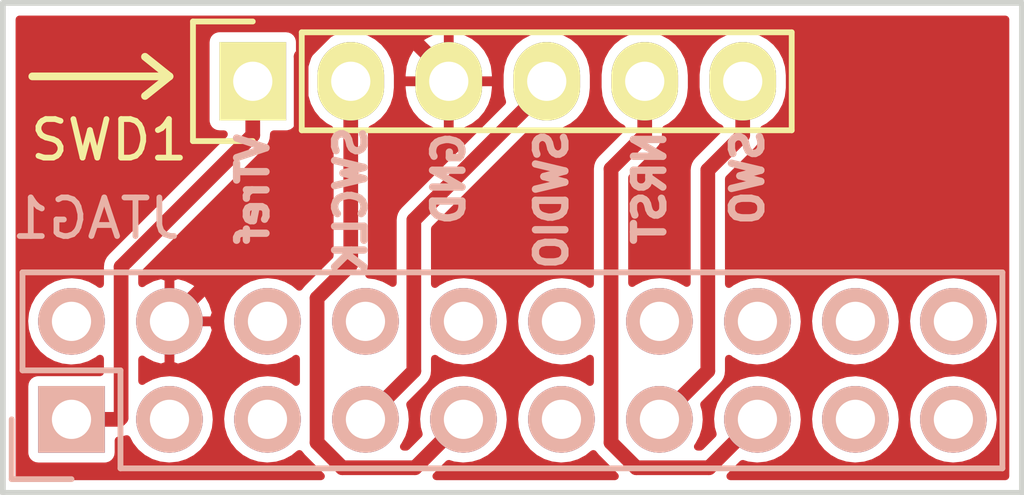
<source format=kicad_pcb>
(kicad_pcb (version 20170922) (host pcbnew "(2017-10-24 revision cffe1b51e)-master")

(general
  (thickness 1.6)
  (drawings 13)
  (tracks 35)
  (zones 0)
  (modules 2)
  (nets 7)
)

(page A4)
(layers
  (0 F.Cu signal)
  (31 B.Cu signal)
  (36 B.SilkS user)
  (37 F.SilkS user)
  (38 B.Mask user hide)
  (39 F.Mask user hide)
  (44 Edge.Cuts user)
  (46 B.CrtYd user)
  (47 F.CrtYd user)
)


(setup
  (last_trace_width 0.25)
  (trace_clearance 0.2)
  (zone_clearance 0.254)
  (zone_45_only no)
  (trace_min 0.2)
  (segment_width 0.2)
  (edge_width 0.15)
  (via_size 0.6)
  (via_drill 0.4)
  (via_min_size 0.4)
  (via_min_drill 0.3)
  (uvia_size 0.3)
  (uvia_drill 0.1)
  (uvias_allowed no)
  (uvia_min_size 0.2)
  (uvia_min_drill 0.1)
  (pcb_text_width 0.3)
  (pcb_text_size 1.5 1.5)
  (mod_edge_width 0.15)
  (mod_text_size 1 1)
  (mod_text_width 0.15)
  (pad_size 1.524 1.524)
  (pad_drill 0.762)
  (pad_to_mask_clearance 0.2)
  (aux_axis_origin 0 0)
  (visible_elements FFFFFF7F)
  (pcbplotparams
    (layerselection 0x010f0_ffffffff)
    (usegerberextensions false)
    (usegerberattributes true)
    (usegerberadvancedattributes true)
    (creategerberjobfile true)
    (excludeedgelayer true)
    (linewidth 0.100000)
    (plotframeref false)
    (viasonmask false)
    (mode 1)
    (useauxorigin true)
    (hpglpennumber 1)
    (hpglpenspeed 20)
    (hpglpendiameter 15)
    (psnegative false)
    (psa4output false)
    (plotreference true)
    (plotvalue true)
    (plotinvisibletext false)
    (padsonsilk false)
    (subtractmaskfromsilk false)
    (outputformat 1)
    (mirror false)
    (drillshape 0)
    (scaleselection 1)
    (outputdirectory gbr/))
)

(net 0 "")
(net 1 "Net-(JTAG1-Pad1)")
(net 2 "Net-(JTAG1-Pad4)")
(net 3 "Net-(JTAG1-Pad7)")
(net 4 "Net-(JTAG1-Pad9)")
(net 5 "Net-(JTAG1-Pad13)")
(net 6 "Net-(JTAG1-Pad15)")

(net_class Default "This is the default net class."
  (clearance 0.2)
  (trace_width 0.25)
  (via_dia 0.6)
  (via_drill 0.4)
  (uvia_dia 0.3)
  (uvia_drill 0.1)
  (add_net "Net-(JTAG1-Pad1)")
  (add_net "Net-(JTAG1-Pad13)")
  (add_net "Net-(JTAG1-Pad15)")
  (add_net "Net-(JTAG1-Pad4)")
  (add_net "Net-(JTAG1-Pad7)")
  (add_net "Net-(JTAG1-Pad9)")
)

  (module Socket_Strips:Socket_Strip_Straight_2x10 (layer B.Cu) (tedit 568983AA) (tstamp 56891EEC)
    (at 31.115 44.45)
    (descr "Through hole socket strip")
    (tags "socket strip")
    (path /5688682A)
    (fp_text reference JTAG1 (at 0.635 -5.207) (layer B.SilkS)
      (effects (font (size 1 1) (thickness 0.15)) (justify mirror))
    )
    (fp_text value CONN_02X10 (at 19.558 2.413) (layer B.Fab) hide
      (effects (font (size 1 1) (thickness 0.15)) (justify mirror))
    )
    (fp_line (start -1.75 1.75) (end -1.75 -4.3) (layer B.CrtYd) (width 0.05))
    (fp_line (start 24.65 1.75) (end 24.65 -4.3) (layer B.CrtYd) (width 0.05))
    (fp_line (start -1.75 1.75) (end 24.65 1.75) (layer B.CrtYd) (width 0.05))
    (fp_line (start -1.75 -4.3) (end 24.65 -4.3) (layer B.CrtYd) (width 0.05))
    (fp_line (start 24.13 -3.81) (end -1.27 -3.81) (layer B.SilkS) (width 0.15))
    (fp_line (start 1.27 1.27) (end 24.13 1.27) (layer B.SilkS) (width 0.15))
    (fp_line (start 24.13 -3.81) (end 24.13 1.27) (layer B.SilkS) (width 0.15))
    (fp_line (start -1.27 -3.81) (end -1.27 -1.27) (layer B.SilkS) (width 0.15))
    (fp_line (start 0 1.55) (end -1.55 1.55) (layer B.SilkS) (width 0.15))
    (fp_line (start -1.27 -1.27) (end 1.27 -1.27) (layer B.SilkS) (width 0.15))
    (fp_line (start 1.27 -1.27) (end 1.27 1.27) (layer B.SilkS) (width 0.15))
    (fp_line (start -1.55 1.55) (end -1.55 0) (layer B.SilkS) (width 0.15))
    (pad 1 thru_hole rect (at 0 0) (size 1.7272 1.7272) (drill 1.016) (layers *.Cu *.Mask B.SilkS)
      (net 1 "Net-(JTAG1-Pad1)"))
    (pad 2 thru_hole oval (at 0 -2.54) (size 1.7272 1.7272) (drill 1.016) (layers *.Cu *.Mask B.SilkS))
    (pad 3 thru_hole oval (at 2.54 0) (size 1.7272 1.7272) (drill 1.016) (layers *.Cu *.Mask B.SilkS))
    (pad 4 thru_hole oval (at 2.54 -2.54) (size 1.7272 1.7272) (drill 1.016) (layers *.Cu *.Mask B.SilkS)
      (net 2 "Net-(JTAG1-Pad4)"))
    (pad 5 thru_hole oval (at 5.08 0) (size 1.7272 1.7272) (drill 1.016) (layers *.Cu *.Mask B.SilkS))
    (pad 6 thru_hole oval (at 5.08 -2.54) (size 1.7272 1.7272) (drill 1.016) (layers *.Cu *.Mask B.SilkS))
    (pad 7 thru_hole oval (at 7.62 0) (size 1.7272 1.7272) (drill 1.016) (layers *.Cu *.Mask B.SilkS)
      (net 3 "Net-(JTAG1-Pad7)"))
    (pad 8 thru_hole oval (at 7.62 -2.54) (size 1.7272 1.7272) (drill 1.016) (layers *.Cu *.Mask B.SilkS))
    (pad 9 thru_hole oval (at 10.16 0) (size 1.7272 1.7272) (drill 1.016) (layers *.Cu *.Mask B.SilkS)
      (net 4 "Net-(JTAG1-Pad9)"))
    (pad 10 thru_hole oval (at 10.16 -2.54) (size 1.7272 1.7272) (drill 1.016) (layers *.Cu *.Mask B.SilkS))
    (pad 11 thru_hole oval (at 12.7 0) (size 1.7272 1.7272) (drill 1.016) (layers *.Cu *.Mask B.SilkS))
    (pad 12 thru_hole oval (at 12.7 -2.54) (size 1.7272 1.7272) (drill 1.016) (layers *.Cu *.Mask B.SilkS))
    (pad 13 thru_hole oval (at 15.24 0) (size 1.7272 1.7272) (drill 1.016) (layers *.Cu *.Mask B.SilkS)
      (net 5 "Net-(JTAG1-Pad13)"))
    (pad 14 thru_hole oval (at 15.24 -2.54) (size 1.7272 1.7272) (drill 1.016) (layers *.Cu *.Mask B.SilkS))
    (pad 15 thru_hole oval (at 17.78 0) (size 1.7272 1.7272) (drill 1.016) (layers *.Cu *.Mask B.SilkS)
      (net 6 "Net-(JTAG1-Pad15)"))
    (pad 16 thru_hole oval (at 17.78 -2.54) (size 1.7272 1.7272) (drill 1.016) (layers *.Cu *.Mask B.SilkS))
    (pad 17 thru_hole oval (at 20.32 0) (size 1.7272 1.7272) (drill 1.016) (layers *.Cu *.Mask B.SilkS))
    (pad 18 thru_hole oval (at 20.32 -2.54) (size 1.7272 1.7272) (drill 1.016) (layers *.Cu *.Mask B.SilkS))
    (pad 19 thru_hole oval (at 22.86 0) (size 1.7272 1.7272) (drill 1.016) (layers *.Cu *.Mask B.SilkS))
    (pad 20 thru_hole oval (at 22.86 -2.54) (size 1.7272 1.7272) (drill 1.016) (layers *.Cu *.Mask B.SilkS))
    (model Socket_Strips.3dshapes/Socket_Strip_Straight_2x10.wrl
      (at (xyz 0.45 -0.05 0))
      (scale (xyz 1 1 1))
      (rotate (xyz 0 0 180))
    )
  )

  (module Socket_Strips:Socket_Strip_Straight_1x06 (layer F.Cu) (tedit 568983B2) (tstamp 56891F01)
    (at 35.814 35.687)
    (descr "Through hole socket strip")
    (tags "socket strip")
    (path /56886856)
    (fp_text reference SWD1 (at -3.7211 1.524) (layer F.SilkS)
      (effects (font (size 1 1) (thickness 0.15)))
    )
    (fp_text value CONN_01X06 (at 0 -3.1) (layer F.Fab) hide
      (effects (font (size 1 1) (thickness 0.15)))
    )
    (fp_line (start -1.75 -1.75) (end -1.75 1.75) (layer F.CrtYd) (width 0.05))
    (fp_line (start 14.45 -1.75) (end 14.45 1.75) (layer F.CrtYd) (width 0.05))
    (fp_line (start -1.75 -1.75) (end 14.45 -1.75) (layer F.CrtYd) (width 0.05))
    (fp_line (start -1.75 1.75) (end 14.45 1.75) (layer F.CrtYd) (width 0.05))
    (fp_line (start 1.27 1.27) (end 13.97 1.27) (layer F.SilkS) (width 0.15))
    (fp_line (start 13.97 1.27) (end 13.97 -1.27) (layer F.SilkS) (width 0.15))
    (fp_line (start 13.97 -1.27) (end 1.27 -1.27) (layer F.SilkS) (width 0.15))
    (fp_line (start -1.55 1.55) (end 0 1.55) (layer F.SilkS) (width 0.15))
    (fp_line (start 1.27 1.27) (end 1.27 -1.27) (layer F.SilkS) (width 0.15))
    (fp_line (start 0 -1.55) (end -1.55 -1.55) (layer F.SilkS) (width 0.15))
    (fp_line (start -1.55 -1.55) (end -1.55 1.55) (layer F.SilkS) (width 0.15))
    (pad 1 thru_hole rect (at 0 0) (size 1.7272 2.032) (drill 1.016) (layers *.Cu *.Mask F.SilkS)
      (net 1 "Net-(JTAG1-Pad1)"))
    (pad 2 thru_hole oval (at 2.54 0) (size 1.7272 2.032) (drill 1.016) (layers *.Cu *.Mask F.SilkS)
      (net 4 "Net-(JTAG1-Pad9)"))
    (pad 3 thru_hole oval (at 5.08 0) (size 1.7272 2.032) (drill 1.016) (layers *.Cu *.Mask F.SilkS)
      (net 2 "Net-(JTAG1-Pad4)"))
    (pad 4 thru_hole oval (at 7.62 0) (size 1.7272 2.032) (drill 1.016) (layers *.Cu *.Mask F.SilkS)
      (net 3 "Net-(JTAG1-Pad7)"))
    (pad 5 thru_hole oval (at 10.16 0) (size 1.7272 2.032) (drill 1.016) (layers *.Cu *.Mask F.SilkS)
      (net 6 "Net-(JTAG1-Pad15)"))
    (pad 6 thru_hole oval (at 12.7 0) (size 1.7272 2.032) (drill 1.016) (layers *.Cu *.Mask F.SilkS)
      (net 5 "Net-(JTAG1-Pad13)"))
    (model Socket_Strips.3dshapes/Socket_Strip_Straight_1x06.wrl
      (at (xyz 0.25 0 0))
      (scale (xyz 1 1 1))
      (rotate (xyz 0 0 180))
    )
  )

  (gr_text NRST (at 46.101 40.005 90) (layer B.SilkS) (tstamp 568984BD)
    (effects (font (size 0.762 0.762) (thickness 0.1905)) (justify right mirror))
  )
  (gr_line (start 33.02 36.068) (end 33.655 35.56) (layer F.SilkS) (width 0.2))
  (gr_line (start 33.655 35.56) (end 33.02 35.052) (layer F.SilkS) (width 0.2))
  (gr_line (start 30.099 35.56) (end 33.655 35.56) (layer F.SilkS) (width 0.2))
  (gr_text GND (at 40.894 39.497 90) (layer B.SilkS) (tstamp 568984B0)
    (effects (font (size 0.762 0.762) (thickness 0.1905)) (justify right mirror))
  )
  (gr_text SWO (at 48.641 39.497 90) (layer B.SilkS) (tstamp 568984C9)
    (effects (font (size 0.762 0.762) (thickness 0.1905)) (justify right mirror))
  )
  (gr_text SWDIO (at 43.561 40.64 90) (layer B.SilkS) (tstamp 568984BA)
    (effects (font (size 0.762 0.762) (thickness 0.1905)) (justify right mirror))
  )
  (gr_text SWCLK (at 38.354 40.767 90) (layer B.SilkS) (tstamp 568984A9)
    (effects (font (size 0.762 0.762) (thickness 0.1905)) (justify right mirror))
  )
  (gr_text VTref (at 35.814 40.005 90) (layer B.SilkS)
    (effects (font (size 0.762 0.762) (thickness 0.1905)) (justify right mirror))
  )
  (gr_line (start 29.337 46.355) (end 55.753 46.355) (layer Edge.Cuts) (width 0.15))
  (gr_line (start 29.337 33.655) (end 29.337 46.355) (layer Edge.Cuts) (width 0.15))
  (gr_line (start 55.753 33.655) (end 29.337 33.655) (layer Edge.Cuts) (width 0.15))
  (gr_line (start 55.753 46.355) (end 55.753 33.655) (layer Edge.Cuts) (width 0.15))

  (segment (start 38.735 42.037) (end 38.735 41.402) (width 0.508) (layer F.Cu) (net 0))
  (segment (start 31.115 44.45) (end 32.3596 44.45) (width 0.381) (layer F.Cu) (net 1))
  (segment (start 32.3596 44.45) (end 32.400899 44.408701) (width 0.381) (layer F.Cu) (net 1))
  (segment (start 32.400899 44.408701) (end 32.400899 40.497101) (width 0.381) (layer F.Cu) (net 1))
  (segment (start 32.400899 40.497101) (end 35.814 37.084) (width 0.381) (layer F.Cu) (net 1))
  (segment (start 35.814 37.084) (end 35.814 35.687) (width 0.381) (layer F.Cu) (net 1))
  (segment (start 33.655 41.91) (end 37.068101 38.496899) (width 0.381) (layer F.Cu) (net 2))
  (segment (start 39.63989 34.28049) (end 40.894 35.5346) (width 0.381) (layer F.Cu) (net 2))
  (segment (start 37.068101 38.496899) (end 37.068101 35.04692) (width 0.381) (layer F.Cu) (net 2))
  (segment (start 37.068101 35.04692) (end 37.834531 34.28049) (width 0.381) (layer F.Cu) (net 2))
  (segment (start 37.834531 34.28049) (end 39.63989 34.28049) (width 0.381) (layer F.Cu) (net 2))
  (segment (start 40.894 35.5346) (end 40.894 35.687) (width 0.381) (layer F.Cu) (net 2))
  (segment (start 40.894 35.8394) (end 40.894 35.687) (width 0.381) (layer F.Cu) (net 2))
  (segment (start 38.735 44.45) (end 39.989101 43.195899) (width 0.381) (layer F.Cu) (net 3))
  (segment (start 39.989101 43.195899) (end 39.989101 39.284299) (width 0.381) (layer F.Cu) (net 3))
  (segment (start 39.989101 39.284299) (end 43.434 35.8394) (width 0.381) (layer F.Cu) (net 3))
  (segment (start 43.434 35.8394) (end 43.434 35.687) (width 0.381) (layer F.Cu) (net 3))
  (segment (start 41.275 44.45) (end 40.020899 45.704101) (width 0.381) (layer F.Cu) (net 4))
  (segment (start 40.020899 45.704101) (end 38.133031 45.704101) (width 0.381) (layer F.Cu) (net 4))
  (segment (start 38.133031 45.704101) (end 37.480899 45.051969) (width 0.381) (layer F.Cu) (net 4))
  (segment (start 37.480899 45.051969) (end 37.480899 41.308031) (width 0.381) (layer F.Cu) (net 4))
  (segment (start 37.480899 41.308031) (end 38.354 40.43493) (width 0.381) (layer F.Cu) (net 4))
  (segment (start 38.354 40.43493) (end 38.354 37.084) (width 0.381) (layer F.Cu) (net 4))
  (segment (start 38.354 37.084) (end 38.354 35.687) (width 0.381) (layer F.Cu) (net 4))
  (segment (start 38.354 35.687) (end 38.354 35.8394) (width 0.381) (layer B.Cu) (net 4))
  (segment (start 46.355 44.45) (end 47.609101 43.195899) (width 0.381) (layer F.Cu) (net 5))
  (segment (start 47.609101 43.195899) (end 47.609101 37.988899) (width 0.381) (layer F.Cu) (net 5))
  (segment (start 47.609101 37.988899) (end 48.514 37.084) (width 0.381) (layer F.Cu) (net 5))
  (segment (start 48.514 37.084) (end 48.514 35.687) (width 0.381) (layer F.Cu) (net 5))
  (segment (start 48.895 44.45) (end 47.640899 45.704101) (width 0.381) (layer F.Cu) (net 6))
  (segment (start 47.640899 45.704101) (end 45.753031 45.704101) (width 0.381) (layer F.Cu) (net 6))
  (segment (start 45.753031 45.704101) (end 45.100899 45.051969) (width 0.381) (layer F.Cu) (net 6))
  (segment (start 45.100899 45.051969) (end 45.100899 37.957101) (width 0.381) (layer F.Cu) (net 6))
  (segment (start 45.100899 37.957101) (end 45.974 37.084) (width 0.381) (layer F.Cu) (net 6))
  (segment (start 45.974 37.084) (end 45.974 35.687) (width 0.381) (layer F.Cu) (net 6))

  (zone (net 2) (net_name "Net-(JTAG1-Pad4)") (layer F.Cu) (tstamp 0) (hatch none 0.508)
    (connect_pads (clearance 0.254))
    (min_thickness 0.2032)
    (fill yes (arc_segments 32) (thermal_gap 0.254) (thermal_bridge_width 0.254))
    (polygon
      (pts
        (xy 29.464 33.782) (xy 55.626 33.782) (xy 55.626 46.228) (xy 29.464 46.228)
      )
    )
    (filled_polygon
      (pts
        (xy 55.3224 45.9244) (xy 48.192902 45.9244) (xy 48.513486 45.603816) (xy 48.635615 45.642558) (xy 48.872078 45.669081)
        (xy 48.889101 45.6692) (xy 48.900899 45.6692) (xy 49.13771 45.645981) (xy 49.3655 45.577207) (xy 49.575594 45.465498)
        (xy 49.759989 45.315109) (xy 49.911662 45.131768) (xy 50.024835 44.922459) (xy 50.095197 44.695154) (xy 50.120069 44.458512)
        (xy 50.11852 44.441488) (xy 50.209931 44.441488) (xy 50.231496 44.678455) (xy 50.298678 44.90672) (xy 50.408918 45.117589)
        (xy 50.558016 45.30303) (xy 50.740293 45.455978) (xy 50.948807 45.57061) (xy 51.175615 45.642558) (xy 51.412078 45.669081)
        (xy 51.429101 45.6692) (xy 51.440899 45.6692) (xy 51.67771 45.645981) (xy 51.9055 45.577207) (xy 52.115594 45.465498)
        (xy 52.299989 45.315109) (xy 52.451662 45.131768) (xy 52.564835 44.922459) (xy 52.635197 44.695154) (xy 52.660069 44.458512)
        (xy 52.65852 44.441488) (xy 52.749931 44.441488) (xy 52.771496 44.678455) (xy 52.838678 44.90672) (xy 52.948918 45.117589)
        (xy 53.098016 45.30303) (xy 53.280293 45.455978) (xy 53.488807 45.57061) (xy 53.715615 45.642558) (xy 53.952078 45.669081)
        (xy 53.969101 45.6692) (xy 53.980899 45.6692) (xy 54.21771 45.645981) (xy 54.4455 45.577207) (xy 54.655594 45.465498)
        (xy 54.839989 45.315109) (xy 54.991662 45.131768) (xy 55.104835 44.922459) (xy 55.175197 44.695154) (xy 55.200069 44.458512)
        (xy 55.178504 44.221545) (xy 55.111322 43.99328) (xy 55.001082 43.782411) (xy 54.851984 43.59697) (xy 54.669707 43.444022)
        (xy 54.461193 43.32939) (xy 54.234385 43.257442) (xy 53.997922 43.230919) (xy 53.980899 43.2308) (xy 53.969101 43.2308)
        (xy 53.73229 43.254019) (xy 53.5045 43.322793) (xy 53.294406 43.434502) (xy 53.110011 43.584891) (xy 52.958338 43.768232)
        (xy 52.845165 43.977541) (xy 52.774803 44.204846) (xy 52.749931 44.441488) (xy 52.65852 44.441488) (xy 52.638504 44.221545)
        (xy 52.571322 43.99328) (xy 52.461082 43.782411) (xy 52.311984 43.59697) (xy 52.129707 43.444022) (xy 51.921193 43.32939)
        (xy 51.694385 43.257442) (xy 51.457922 43.230919) (xy 51.440899 43.2308) (xy 51.429101 43.2308) (xy 51.19229 43.254019)
        (xy 50.9645 43.322793) (xy 50.754406 43.434502) (xy 50.570011 43.584891) (xy 50.418338 43.768232) (xy 50.305165 43.977541)
        (xy 50.234803 44.204846) (xy 50.209931 44.441488) (xy 50.11852 44.441488) (xy 50.098504 44.221545) (xy 50.031322 43.99328)
        (xy 49.921082 43.782411) (xy 49.771984 43.59697) (xy 49.589707 43.444022) (xy 49.381193 43.32939) (xy 49.154385 43.257442)
        (xy 48.917922 43.230919) (xy 48.900899 43.2308) (xy 48.889101 43.2308) (xy 48.65229 43.254019) (xy 48.4245 43.322793)
        (xy 48.214406 43.434502) (xy 48.030011 43.584891) (xy 47.878338 43.768232) (xy 47.765165 43.977541) (xy 47.694803 44.204846)
        (xy 47.669931 44.441488) (xy 47.691496 44.678455) (xy 47.737599 44.835099) (xy 47.414697 45.158001) (xy 47.34996 45.158001)
        (xy 47.371662 45.131768) (xy 47.484835 44.922459) (xy 47.555197 44.695154) (xy 47.580069 44.458512) (xy 47.558504 44.221545)
        (xy 47.512401 44.064901) (xy 47.995252 43.58205) (xy 48.027294 43.543041) (xy 48.059695 43.504427) (xy 48.061076 43.501915)
        (xy 48.062902 43.499692) (xy 48.086763 43.455191) (xy 48.111041 43.411031) (xy 48.111909 43.408295) (xy 48.113267 43.405762)
        (xy 48.128021 43.357503) (xy 48.143267 43.30944) (xy 48.143587 43.306586) (xy 48.144427 43.303839) (xy 48.149526 43.253645)
        (xy 48.155148 43.203524) (xy 48.155187 43.197913) (xy 48.155198 43.197805) (xy 48.155188 43.197704) (xy 48.155201 43.195899)
        (xy 48.155201 42.878141) (xy 48.200293 42.915978) (xy 48.408807 43.03061) (xy 48.635615 43.102558) (xy 48.872078 43.129081)
        (xy 48.889101 43.1292) (xy 48.900899 43.1292) (xy 49.13771 43.105981) (xy 49.3655 43.037207) (xy 49.575594 42.925498)
        (xy 49.759989 42.775109) (xy 49.911662 42.591768) (xy 50.024835 42.382459) (xy 50.095197 42.155154) (xy 50.120069 41.918512)
        (xy 50.11852 41.901488) (xy 50.209931 41.901488) (xy 50.231496 42.138455) (xy 50.298678 42.36672) (xy 50.408918 42.577589)
        (xy 50.558016 42.76303) (xy 50.740293 42.915978) (xy 50.948807 43.03061) (xy 51.175615 43.102558) (xy 51.412078 43.129081)
        (xy 51.429101 43.1292) (xy 51.440899 43.1292) (xy 51.67771 43.105981) (xy 51.9055 43.037207) (xy 52.115594 42.925498)
        (xy 52.299989 42.775109) (xy 52.451662 42.591768) (xy 52.564835 42.382459) (xy 52.635197 42.155154) (xy 52.660069 41.918512)
        (xy 52.65852 41.901488) (xy 52.749931 41.901488) (xy 52.771496 42.138455) (xy 52.838678 42.36672) (xy 52.948918 42.577589)
        (xy 53.098016 42.76303) (xy 53.280293 42.915978) (xy 53.488807 43.03061) (xy 53.715615 43.102558) (xy 53.952078 43.129081)
        (xy 53.969101 43.1292) (xy 53.980899 43.1292) (xy 54.21771 43.105981) (xy 54.4455 43.037207) (xy 54.655594 42.925498)
        (xy 54.839989 42.775109) (xy 54.991662 42.591768) (xy 55.104835 42.382459) (xy 55.175197 42.155154) (xy 55.200069 41.918512)
        (xy 55.178504 41.681545) (xy 55.111322 41.45328) (xy 55.001082 41.242411) (xy 54.851984 41.05697) (xy 54.669707 40.904022)
        (xy 54.461193 40.78939) (xy 54.234385 40.717442) (xy 53.997922 40.690919) (xy 53.980899 40.6908) (xy 53.969101 40.6908)
        (xy 53.73229 40.714019) (xy 53.5045 40.782793) (xy 53.294406 40.894502) (xy 53.110011 41.044891) (xy 52.958338 41.228232)
        (xy 52.845165 41.437541) (xy 52.774803 41.664846) (xy 52.749931 41.901488) (xy 52.65852 41.901488) (xy 52.638504 41.681545)
        (xy 52.571322 41.45328) (xy 52.461082 41.242411) (xy 52.311984 41.05697) (xy 52.129707 40.904022) (xy 51.921193 40.78939)
        (xy 51.694385 40.717442) (xy 51.457922 40.690919) (xy 51.440899 40.6908) (xy 51.429101 40.6908) (xy 51.19229 40.714019)
        (xy 50.9645 40.782793) (xy 50.754406 40.894502) (xy 50.570011 41.044891) (xy 50.418338 41.228232) (xy 50.305165 41.437541)
        (xy 50.234803 41.664846) (xy 50.209931 41.901488) (xy 50.11852 41.901488) (xy 50.098504 41.681545) (xy 50.031322 41.45328)
        (xy 49.921082 41.242411) (xy 49.771984 41.05697) (xy 49.589707 40.904022) (xy 49.381193 40.78939) (xy 49.154385 40.717442)
        (xy 48.917922 40.690919) (xy 48.900899 40.6908) (xy 48.889101 40.6908) (xy 48.65229 40.714019) (xy 48.4245 40.782793)
        (xy 48.214406 40.894502) (xy 48.155201 40.942788) (xy 48.155201 38.215101) (xy 48.900151 37.470151) (xy 48.932189 37.431147)
        (xy 48.964594 37.392528) (xy 48.965975 37.390015) (xy 48.9678 37.387794) (xy 48.991644 37.343326) (xy 49.01594 37.299132)
        (xy 49.016809 37.296394) (xy 49.018165 37.293864) (xy 49.032901 37.245664) (xy 49.048166 37.197541) (xy 49.048487 37.194684)
        (xy 49.049325 37.191941) (xy 49.05442 37.141786) (xy 49.060047 37.091625) (xy 49.060086 37.086015) (xy 49.060097 37.085907)
        (xy 49.060087 37.085806) (xy 49.0601 37.084) (xy 49.0601 36.929733) (xy 49.181589 36.86622) (xy 49.36703 36.717122)
        (xy 49.519978 36.534845) (xy 49.63461 36.326331) (xy 49.706558 36.099523) (xy 49.733081 35.86306) (xy 49.7332 35.846037)
        (xy 49.7332 35.527963) (xy 49.709981 35.291152) (xy 49.641207 35.063362) (xy 49.529498 34.853268) (xy 49.379109 34.668873)
        (xy 49.195768 34.5172) (xy 48.986459 34.404027) (xy 48.759154 34.333665) (xy 48.522512 34.308793) (xy 48.285545 34.330358)
        (xy 48.05728 34.39754) (xy 47.846411 34.50778) (xy 47.66097 34.656878) (xy 47.508022 34.839155) (xy 47.39339 35.047669)
        (xy 47.321442 35.274477) (xy 47.294919 35.51094) (xy 47.2948 35.527963) (xy 47.2948 35.846037) (xy 47.318019 36.082848)
        (xy 47.386793 36.310638) (xy 47.498502 36.520732) (xy 47.648891 36.705127) (xy 47.832232 36.8568) (xy 47.920936 36.904762)
        (xy 47.22295 37.602748) (xy 47.190889 37.641779) (xy 47.158507 37.680371) (xy 47.157128 37.68288) (xy 47.1553 37.685105)
        (xy 47.131417 37.729647) (xy 47.107161 37.773767) (xy 47.106294 37.776501) (xy 47.104935 37.779035) (xy 47.090173 37.827322)
        (xy 47.074935 37.875358) (xy 47.074615 37.87821) (xy 47.073775 37.880958) (xy 47.068676 37.931158) (xy 47.063054 37.981274)
        (xy 47.063015 37.986885) (xy 47.063004 37.986993) (xy 47.063014 37.987094) (xy 47.063001 37.988899) (xy 47.063001 40.915177)
        (xy 47.049707 40.904022) (xy 46.841193 40.78939) (xy 46.614385 40.717442) (xy 46.377922 40.690919) (xy 46.360899 40.6908)
        (xy 46.349101 40.6908) (xy 46.11229 40.714019) (xy 45.8845 40.782793) (xy 45.674406 40.894502) (xy 45.646999 40.916855)
        (xy 45.646999 38.183303) (xy 46.360151 37.470151) (xy 46.392189 37.431147) (xy 46.424594 37.392528) (xy 46.425975 37.390015)
        (xy 46.4278 37.387794) (xy 46.451663 37.343291) (xy 46.47594 37.299132) (xy 46.476807 37.296398) (xy 46.478166 37.293864)
        (xy 46.492928 37.245577) (xy 46.508166 37.197541) (xy 46.508486 37.194689) (xy 46.509326 37.191941) (xy 46.514426 37.141736)
        (xy 46.520047 37.091625) (xy 46.520086 37.086015) (xy 46.520097 37.085907) (xy 46.520087 37.085806) (xy 46.5201 37.084)
        (xy 46.5201 36.929733) (xy 46.641589 36.86622) (xy 46.82703 36.717122) (xy 46.979978 36.534845) (xy 47.09461 36.326331)
        (xy 47.166558 36.099523) (xy 47.193081 35.86306) (xy 47.1932 35.846037) (xy 47.1932 35.527963) (xy 47.169981 35.291152)
        (xy 47.101207 35.063362) (xy 46.989498 34.853268) (xy 46.839109 34.668873) (xy 46.655768 34.5172) (xy 46.446459 34.404027)
        (xy 46.219154 34.333665) (xy 45.982512 34.308793) (xy 45.745545 34.330358) (xy 45.51728 34.39754) (xy 45.306411 34.50778)
        (xy 45.12097 34.656878) (xy 44.968022 34.839155) (xy 44.85339 35.047669) (xy 44.781442 35.274477) (xy 44.754919 35.51094)
        (xy 44.7548 35.527963) (xy 44.7548 35.846037) (xy 44.778019 36.082848) (xy 44.846793 36.310638) (xy 44.958502 36.520732)
        (xy 45.108891 36.705127) (xy 45.292232 36.8568) (xy 45.380936 36.904762) (xy 44.714748 37.57095) (xy 44.682687 37.609981)
        (xy 44.650305 37.648573) (xy 44.648926 37.651082) (xy 44.647098 37.653307) (xy 44.623215 37.697849) (xy 44.598959 37.741969)
        (xy 44.598092 37.744703) (xy 44.596733 37.747237) (xy 44.581971 37.795524) (xy 44.566733 37.84356) (xy 44.566413 37.846412)
        (xy 44.565573 37.84916) (xy 44.560474 37.89936) (xy 44.554852 37.949476) (xy 44.554813 37.955087) (xy 44.554802 37.955195)
        (xy 44.554812 37.955296) (xy 44.554799 37.957101) (xy 44.554799 40.941859) (xy 44.509707 40.904022) (xy 44.301193 40.78939)
        (xy 44.074385 40.717442) (xy 43.837922 40.690919) (xy 43.820899 40.6908) (xy 43.809101 40.6908) (xy 43.57229 40.714019)
        (xy 43.3445 40.782793) (xy 43.134406 40.894502) (xy 42.950011 41.044891) (xy 42.798338 41.228232) (xy 42.685165 41.437541)
        (xy 42.614803 41.664846) (xy 42.589931 41.901488) (xy 42.611496 42.138455) (xy 42.678678 42.36672) (xy 42.788918 42.577589)
        (xy 42.938016 42.76303) (xy 43.120293 42.915978) (xy 43.328807 43.03061) (xy 43.555615 43.102558) (xy 43.792078 43.129081)
        (xy 43.809101 43.1292) (xy 43.820899 43.1292) (xy 44.05771 43.105981) (xy 44.2855 43.037207) (xy 44.495594 42.925498)
        (xy 44.554799 42.877212) (xy 44.554799 43.481859) (xy 44.509707 43.444022) (xy 44.301193 43.32939) (xy 44.074385 43.257442)
        (xy 43.837922 43.230919) (xy 43.820899 43.2308) (xy 43.809101 43.2308) (xy 43.57229 43.254019) (xy 43.3445 43.322793)
        (xy 43.134406 43.434502) (xy 42.950011 43.584891) (xy 42.798338 43.768232) (xy 42.685165 43.977541) (xy 42.614803 44.204846)
        (xy 42.589931 44.441488) (xy 42.611496 44.678455) (xy 42.678678 44.90672) (xy 42.788918 45.117589) (xy 42.938016 45.30303)
        (xy 43.120293 45.455978) (xy 43.328807 45.57061) (xy 43.555615 45.642558) (xy 43.792078 45.669081) (xy 43.809101 45.6692)
        (xy 43.820899 45.6692) (xy 44.05771 45.645981) (xy 44.2855 45.577207) (xy 44.495594 45.465498) (xy 44.64143 45.346557)
        (xy 44.642901 45.349396) (xy 44.644693 45.351641) (xy 44.646041 45.354176) (xy 44.677928 45.393274) (xy 44.709394 45.432691)
        (xy 44.713332 45.436684) (xy 44.713402 45.43677) (xy 44.713482 45.436836) (xy 44.714748 45.43812) (xy 45.201028 45.9244)
        (xy 40.572902 45.9244) (xy 40.893486 45.603816) (xy 41.015615 45.642558) (xy 41.252078 45.669081) (xy 41.269101 45.6692)
        (xy 41.280899 45.6692) (xy 41.51771 45.645981) (xy 41.7455 45.577207) (xy 41.955594 45.465498) (xy 42.139989 45.315109)
        (xy 42.291662 45.131768) (xy 42.404835 44.922459) (xy 42.475197 44.695154) (xy 42.500069 44.458512) (xy 42.478504 44.221545)
        (xy 42.411322 43.99328) (xy 42.301082 43.782411) (xy 42.151984 43.59697) (xy 41.969707 43.444022) (xy 41.761193 43.32939)
        (xy 41.534385 43.257442) (xy 41.297922 43.230919) (xy 41.280899 43.2308) (xy 41.269101 43.2308) (xy 41.03229 43.254019)
        (xy 40.8045 43.322793) (xy 40.594406 43.434502) (xy 40.410011 43.584891) (xy 40.258338 43.768232) (xy 40.145165 43.977541)
        (xy 40.074803 44.204846) (xy 40.049931 44.441488) (xy 40.071496 44.678455) (xy 40.117599 44.835099) (xy 39.794697 45.158001)
        (xy 39.72996 45.158001) (xy 39.751662 45.131768) (xy 39.864835 44.922459) (xy 39.935197 44.695154) (xy 39.960069 44.458512)
        (xy 39.938504 44.221545) (xy 39.892401 44.064901) (xy 40.375252 43.58205) (xy 40.407294 43.543041) (xy 40.439695 43.504427)
        (xy 40.441076 43.501915) (xy 40.442902 43.499692) (xy 40.466763 43.455191) (xy 40.491041 43.411031) (xy 40.491909 43.408295)
        (xy 40.493267 43.405762) (xy 40.508021 43.357503) (xy 40.523267 43.30944) (xy 40.523587 43.306586) (xy 40.524427 43.303839)
        (xy 40.529526 43.253645) (xy 40.535148 43.203524) (xy 40.535187 43.197913) (xy 40.535198 43.197805) (xy 40.535188 43.197704)
        (xy 40.535201 43.195899) (xy 40.535201 42.878141) (xy 40.580293 42.915978) (xy 40.788807 43.03061) (xy 41.015615 43.102558)
        (xy 41.252078 43.129081) (xy 41.269101 43.1292) (xy 41.280899 43.1292) (xy 41.51771 43.105981) (xy 41.7455 43.037207)
        (xy 41.955594 42.925498) (xy 42.139989 42.775109) (xy 42.291662 42.591768) (xy 42.404835 42.382459) (xy 42.475197 42.155154)
        (xy 42.500069 41.918512) (xy 42.478504 41.681545) (xy 42.411322 41.45328) (xy 42.301082 41.242411) (xy 42.151984 41.05697)
        (xy 41.969707 40.904022) (xy 41.761193 40.78939) (xy 41.534385 40.717442) (xy 41.297922 40.690919) (xy 41.280899 40.6908)
        (xy 41.269101 40.6908) (xy 41.03229 40.714019) (xy 40.8045 40.782793) (xy 40.594406 40.894502) (xy 40.535201 40.942788)
        (xy 40.535201 39.510501) (xy 43.048737 36.996965) (xy 43.188846 37.040335) (xy 43.425488 37.065207) (xy 43.662455 37.043642)
        (xy 43.89072 36.97646) (xy 44.101589 36.86622) (xy 44.28703 36.717122) (xy 44.439978 36.534845) (xy 44.55461 36.326331)
        (xy 44.626558 36.099523) (xy 44.653081 35.86306) (xy 44.6532 35.846037) (xy 44.6532 35.527963) (xy 44.629981 35.291152)
        (xy 44.561207 35.063362) (xy 44.449498 34.853268) (xy 44.299109 34.668873) (xy 44.115768 34.5172) (xy 43.906459 34.404027)
        (xy 43.679154 34.333665) (xy 43.442512 34.308793) (xy 43.205545 34.330358) (xy 42.97728 34.39754) (xy 42.766411 34.50778)
        (xy 42.58097 34.656878) (xy 42.428022 34.839155) (xy 42.31339 35.047669) (xy 42.241442 35.274477) (xy 42.214919 35.51094)
        (xy 42.2148 35.527963) (xy 42.2148 35.846037) (xy 42.238019 36.082848) (xy 42.279815 36.221283) (xy 39.60295 38.898148)
        (xy 39.570889 38.937179) (xy 39.538507 38.975771) (xy 39.537128 38.97828) (xy 39.5353 38.980505) (xy 39.511417 39.025047)
        (xy 39.487161 39.069167) (xy 39.486294 39.071901) (xy 39.484935 39.074435) (xy 39.470173 39.122722) (xy 39.454935 39.170758)
        (xy 39.454615 39.17361) (xy 39.453775 39.176358) (xy 39.448676 39.226558) (xy 39.443054 39.276674) (xy 39.443015 39.282285)
        (xy 39.443004 39.282393) (xy 39.443014 39.282494) (xy 39.443001 39.284299) (xy 39.443001 40.915177) (xy 39.429707 40.904022)
        (xy 39.221193 40.78939) (xy 38.994385 40.717442) (xy 38.82915 40.698908) (xy 38.831663 40.694221) (xy 38.85594 40.650062)
        (xy 38.856807 40.647328) (xy 38.858166 40.644794) (xy 38.872928 40.596507) (xy 38.888166 40.548471) (xy 38.888486 40.545619)
        (xy 38.889326 40.542871) (xy 38.894426 40.492666) (xy 38.900047 40.442555) (xy 38.900086 40.436945) (xy 38.900097 40.436837)
        (xy 38.900087 40.436736) (xy 38.9001 40.43493) (xy 38.9001 36.929733) (xy 39.021589 36.86622) (xy 39.20703 36.717122)
        (xy 39.359978 36.534845) (xy 39.47461 36.326331) (xy 39.546558 36.099523) (xy 39.573081 35.86306) (xy 39.5732 35.846037)
        (xy 39.5732 35.7124) (xy 39.6748 35.7124) (xy 39.6748 35.8648) (xy 39.703182 36.102166) (xy 39.777326 36.329434)
        (xy 39.894383 36.53787) (xy 40.049855 36.719465) (xy 40.237767 36.867239) (xy 40.450898 36.975514) (xy 40.678229 37.039354)
        (xy 40.8686 36.969415) (xy 40.8686 35.7124) (xy 40.9194 35.7124) (xy 40.9194 36.969415) (xy 41.109771 37.039354)
        (xy 41.337102 36.975514) (xy 41.550233 36.867239) (xy 41.738145 36.719465) (xy 41.893617 36.53787) (xy 42.010674 36.329434)
        (xy 42.084818 36.102166) (xy 42.1132 35.8648) (xy 42.1132 35.7124) (xy 40.9194 35.7124) (xy 40.8686 35.7124)
        (xy 39.6748 35.7124) (xy 39.5732 35.7124) (xy 39.5732 35.527963) (xy 39.571361 35.5092) (xy 39.6748 35.5092)
        (xy 39.6748 35.6616) (xy 40.8686 35.6616) (xy 40.8686 34.404585) (xy 40.9194 34.404585) (xy 40.9194 35.6616)
        (xy 42.1132 35.6616) (xy 42.1132 35.5092) (xy 42.084818 35.271834) (xy 42.010674 35.044566) (xy 41.893617 34.83613)
        (xy 41.738145 34.654535) (xy 41.550233 34.506761) (xy 41.337102 34.398486) (xy 41.109771 34.334646) (xy 40.9194 34.404585)
        (xy 40.8686 34.404585) (xy 40.678229 34.334646) (xy 40.450898 34.398486) (xy 40.237767 34.506761) (xy 40.049855 34.654535)
        (xy 39.894383 34.83613) (xy 39.777326 35.044566) (xy 39.703182 35.271834) (xy 39.6748 35.5092) (xy 39.571361 35.5092)
        (xy 39.549981 35.291152) (xy 39.481207 35.063362) (xy 39.369498 34.853268) (xy 39.219109 34.668873) (xy 39.035768 34.5172)
        (xy 38.826459 34.404027) (xy 38.599154 34.333665) (xy 38.362512 34.308793) (xy 38.125545 34.330358) (xy 37.89728 34.39754)
        (xy 37.686411 34.50778) (xy 37.50097 34.656878) (xy 37.348022 34.839155) (xy 37.23339 35.047669) (xy 37.161442 35.274477)
        (xy 37.134919 35.51094) (xy 37.1348 35.527963) (xy 37.1348 35.846037) (xy 37.158019 36.082848) (xy 37.226793 36.310638)
        (xy 37.338502 36.520732) (xy 37.488891 36.705127) (xy 37.672232 36.8568) (xy 37.8079 36.930155) (xy 37.8079 40.208728)
        (xy 37.094748 40.92188) (xy 37.062687 40.960911) (xy 37.030305 40.999503) (xy 37.028926 41.002012) (xy 37.027098 41.004237)
        (xy 37.021525 41.01463) (xy 36.889707 40.904022) (xy 36.681193 40.78939) (xy 36.454385 40.717442) (xy 36.217922 40.690919)
        (xy 36.200899 40.6908) (xy 36.189101 40.6908) (xy 35.95229 40.714019) (xy 35.7245 40.782793) (xy 35.514406 40.894502)
        (xy 35.330011 41.044891) (xy 35.178338 41.228232) (xy 35.065165 41.437541) (xy 34.994803 41.664846) (xy 34.969931 41.901488)
        (xy 34.991496 42.138455) (xy 35.058678 42.36672) (xy 35.168918 42.577589) (xy 35.318016 42.76303) (xy 35.500293 42.915978)
        (xy 35.708807 43.03061) (xy 35.935615 43.102558) (xy 36.172078 43.129081) (xy 36.189101 43.1292) (xy 36.200899 43.1292)
        (xy 36.43771 43.105981) (xy 36.6655 43.037207) (xy 36.875594 42.925498) (xy 36.934799 42.877212) (xy 36.934799 43.481859)
        (xy 36.889707 43.444022) (xy 36.681193 43.32939) (xy 36.454385 43.257442) (xy 36.217922 43.230919) (xy 36.200899 43.2308)
        (xy 36.189101 43.2308) (xy 35.95229 43.254019) (xy 35.7245 43.322793) (xy 35.514406 43.434502) (xy 35.330011 43.584891)
        (xy 35.178338 43.768232) (xy 35.065165 43.977541) (xy 34.994803 44.204846) (xy 34.969931 44.441488) (xy 34.991496 44.678455)
        (xy 35.058678 44.90672) (xy 35.168918 45.117589) (xy 35.318016 45.30303) (xy 35.500293 45.455978) (xy 35.708807 45.57061)
        (xy 35.935615 45.642558) (xy 36.172078 45.669081) (xy 36.189101 45.6692) (xy 36.200899 45.6692) (xy 36.43771 45.645981)
        (xy 36.6655 45.577207) (xy 36.875594 45.465498) (xy 37.02143 45.346557) (xy 37.022901 45.349396) (xy 37.024693 45.351641)
        (xy 37.026041 45.354176) (xy 37.057928 45.393274) (xy 37.089394 45.432691) (xy 37.093332 45.436684) (xy 37.093402 45.43677)
        (xy 37.093482 45.436836) (xy 37.094748 45.43812) (xy 37.581028 45.9244) (xy 29.7676 45.9244) (xy 29.7676 41.901488)
        (xy 29.889931 41.901488) (xy 29.911496 42.138455) (xy 29.978678 42.36672) (xy 30.088918 42.577589) (xy 30.238016 42.76303)
        (xy 30.420293 42.915978) (xy 30.628807 43.03061) (xy 30.855615 43.102558) (xy 31.092078 43.129081) (xy 31.109101 43.1292)
        (xy 31.120899 43.1292) (xy 31.35771 43.105981) (xy 31.5855 43.037207) (xy 31.795594 42.925498) (xy 31.854799 42.877212)
        (xy 31.854799 43.22908) (xy 30.2514 43.22908) (xy 30.194772 43.233596) (xy 30.098725 43.26334) (xy 30.014767 43.318664)
        (xy 29.949546 43.395188) (xy 29.908227 43.486853) (xy 29.89408 43.5864) (xy 29.89408 45.3136) (xy 29.898596 45.370228)
        (xy 29.92834 45.466275) (xy 29.983664 45.550233) (xy 30.060188 45.615454) (xy 30.151853 45.656773) (xy 30.2514 45.67092)
        (xy 31.9786 45.67092) (xy 32.035228 45.666404) (xy 32.131275 45.63666) (xy 32.215233 45.581336) (xy 32.280454 45.504812)
        (xy 32.321773 45.413147) (xy 32.33592 45.3136) (xy 32.33592 44.9961) (xy 32.3596 44.9961) (xy 32.409872 44.991171)
        (xy 32.460056 44.98678) (xy 32.462807 44.985981) (xy 32.465671 44.9857) (xy 32.514042 44.971096) (xy 32.547284 44.961439)
        (xy 32.628918 45.117589) (xy 32.778016 45.30303) (xy 32.960293 45.455978) (xy 33.168807 45.57061) (xy 33.395615 45.642558)
        (xy 33.632078 45.669081) (xy 33.649101 45.6692) (xy 33.660899 45.6692) (xy 33.89771 45.645981) (xy 34.1255 45.577207)
        (xy 34.335594 45.465498) (xy 34.519989 45.315109) (xy 34.671662 45.131768) (xy 34.784835 44.922459) (xy 34.855197 44.695154)
        (xy 34.880069 44.458512) (xy 34.858504 44.221545) (xy 34.791322 43.99328) (xy 34.681082 43.782411) (xy 34.531984 43.59697)
        (xy 34.349707 43.444022) (xy 34.141193 43.32939) (xy 33.914385 43.257442) (xy 33.677922 43.230919) (xy 33.660899 43.2308)
        (xy 33.649101 43.2308) (xy 33.41229 43.254019) (xy 33.1845 43.322793) (xy 32.974406 43.434502) (xy 32.946999 43.456855)
        (xy 32.946999 42.896962) (xy 32.99645 42.936042) (xy 33.209275 43.044804) (xy 33.439229 43.109956) (xy 33.6296 43.040037)
        (xy 33.6296 41.9354) (xy 33.6804 41.9354) (xy 33.6804 43.040037) (xy 33.870771 43.109956) (xy 34.100725 43.044804)
        (xy 34.31355 42.936042) (xy 34.501067 42.78785) (xy 34.65607 42.605923) (xy 34.772603 42.397252) (xy 34.846187 42.169856)
        (xy 34.854954 42.125771) (xy 34.785015 41.9354) (xy 33.6804 41.9354) (xy 33.6296 41.9354) (xy 33.6096 41.9354)
        (xy 33.6096 41.8846) (xy 33.6296 41.8846) (xy 33.6296 40.779963) (xy 33.6804 40.779963) (xy 33.6804 41.8846)
        (xy 34.785015 41.8846) (xy 34.854954 41.694229) (xy 34.846187 41.650144) (xy 34.772603 41.422748) (xy 34.65607 41.214077)
        (xy 34.501067 41.03215) (xy 34.31355 40.883958) (xy 34.100725 40.775196) (xy 33.870771 40.710044) (xy 33.6804 40.779963)
        (xy 33.6296 40.779963) (xy 33.439229 40.710044) (xy 33.209275 40.775196) (xy 32.99645 40.883958) (xy 32.946999 40.923038)
        (xy 32.946999 40.723303) (xy 36.200151 37.470151) (xy 36.232193 37.431142) (xy 36.264594 37.392528) (xy 36.265975 37.390016)
        (xy 36.267801 37.387793) (xy 36.291662 37.343292) (xy 36.31594 37.299132) (xy 36.316808 37.296396) (xy 36.318166 37.293863)
        (xy 36.33292 37.245604) (xy 36.348166 37.197541) (xy 36.348486 37.194687) (xy 36.349326 37.19194) (xy 36.354425 37.141746)
        (xy 36.360047 37.091625) (xy 36.360086 37.086014) (xy 36.360097 37.085906) (xy 36.360087 37.085805) (xy 36.3601 37.084)
        (xy 36.3601 37.06032) (xy 36.6776 37.06032) (xy 36.734228 37.055804) (xy 36.830275 37.02606) (xy 36.914233 36.970736)
        (xy 36.979454 36.894212) (xy 37.020773 36.802547) (xy 37.03492 36.703) (xy 37.03492 34.671) (xy 37.030404 34.614372)
        (xy 37.00066 34.518325) (xy 36.945336 34.434367) (xy 36.868812 34.369146) (xy 36.777147 34.327827) (xy 36.6776 34.31368)
        (xy 34.9504 34.31368) (xy 34.893772 34.318196) (xy 34.797725 34.34794) (xy 34.713767 34.403264) (xy 34.648546 34.479788)
        (xy 34.607227 34.571453) (xy 34.59308 34.671) (xy 34.59308 36.703) (xy 34.597596 36.759628) (xy 34.62734 36.855675)
        (xy 34.682664 36.939633) (xy 34.759188 37.004854) (xy 34.850853 37.046173) (xy 34.9504 37.06032) (xy 35.065378 37.06032)
        (xy 32.014748 40.11095) (xy 31.982687 40.149981) (xy 31.950305 40.188573) (xy 31.948926 40.191082) (xy 31.947098 40.193307)
        (xy 31.923215 40.237849) (xy 31.898959 40.281969) (xy 31.898092 40.284703) (xy 31.896733 40.287237) (xy 31.881971 40.335524)
        (xy 31.866733 40.38356) (xy 31.866413 40.386412) (xy 31.865573 40.38916) (xy 31.860474 40.43936) (xy 31.854852 40.489476)
        (xy 31.854813 40.495087) (xy 31.854802 40.495195) (xy 31.854812 40.495296) (xy 31.854799 40.497101) (xy 31.854799 40.941859)
        (xy 31.809707 40.904022) (xy 31.601193 40.78939) (xy 31.374385 40.717442) (xy 31.137922 40.690919) (xy 31.120899 40.6908)
        (xy 31.109101 40.6908) (xy 30.87229 40.714019) (xy 30.6445 40.782793) (xy 30.434406 40.894502) (xy 30.250011 41.044891)
        (xy 30.098338 41.228232) (xy 29.985165 41.437541) (xy 29.914803 41.664846) (xy 29.889931 41.901488) (xy 29.7676 41.901488)
        (xy 29.7676 34.0856) (xy 55.3224 34.0856)
      )
    )
  )
)

</source>
